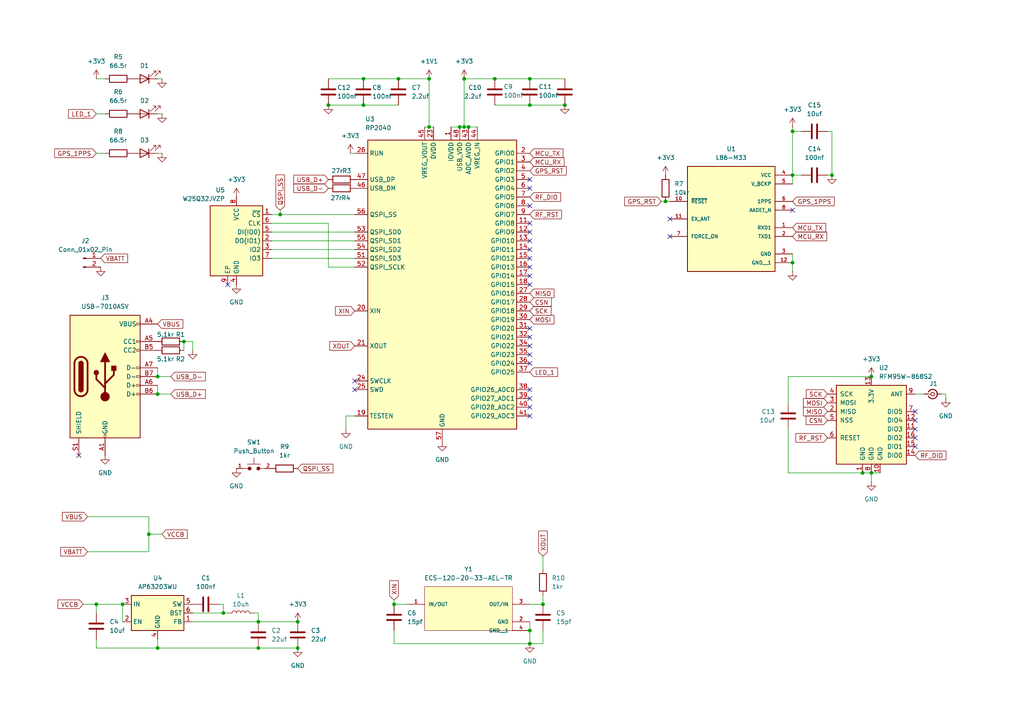
<source format=kicad_sch>
(kicad_sch (version 20231120) (generator "eeschema") (generator_version "8.0")
  (paper "A4")
  (lib_symbols
    (symbol "Connector:Conn_01x02_Pin" (pin_names (offset 1.016) hide)
      (property "Reference" "J" (at 0 2.54 0))
      (property "Value" "Conn_01x02_Pin" (at 0 -5.08 0))
      (symbol "Conn_01x02_Pin_1_1"
        (polyline (pts (xy 1.27 -2.54) (xy 0.8636 -2.54)) (stroke (width 0.1524)))
        (polyline (pts (xy 1.27 0) (xy 0.8636 0)) (stroke (width 0.1524)))
        (rectangle (start 0.8636 -2.413) (end 0 -2.667) (stroke (width 0.1524)) (fill (type outline)))
        (rectangle (start 0.8636 0.127) (end 0 -0.127) (stroke (width 0.1524)) (fill (type outline)))
        (pin passive line (at 5.08 0 180) (length 3.81) (name "Pin_1") (number "1"))
        (pin passive line (at 5.08 -2.54 180) (length 3.81) (name "Pin_2") (number "2"))
      )
    )
    (symbol "Connector:Conn_Coaxial_Small" (pin_numbers hide) (pin_names (offset 1.016) hide)
      (property "Reference" "J" (at 0.254 3.048 0))
      (property "Value" "Conn_Coaxial_Small" (at 0 -3.81 0))
      (symbol "Conn_Coaxial_Small_0_1"
        (polyline (pts (xy -2.54 0) (xy -0.508 0)))
        (circle (center 0 0) (radius 0.508) (stroke (width 0.2032)))
      )
      (symbol "Conn_Coaxial_Small_1_1"
        (arc (start -1.1916 -0.6311) (mid 0.327 -1.3081) (end 1.3484 0.0039) (stroke (width 0.3048)))
        (arc (start 1.3484 -0.0039) (mid 0.327 1.3081) (end -1.1916 0.6311) (stroke (width 0.3048)))
        (pin passive line (at -2.54 0 0) (length 1.27) (name "In") (number "1"))
        (pin passive line (at 2.54 0 180) (length 1.27) (name "Ext") (number "2"))
      )
    )
    (symbol "Connector:USB_C_Receptacle_USB2.0_14P" (pin_names (offset 1.016))
      (property "Reference" "J" (at 0 22.225 0))
      (property "Value" "USB_C_Receptacle_USB2.0_14P" (at 0 19.685 0))
      (symbol "USB_C_Receptacle_USB2.0_14P_0_0"
        (rectangle (start -0.254 -17.78) (end 0.254 -16.764))
        (rectangle (start 10.16 -4.826) (end 9.144 -5.334))
        (rectangle (start 10.16 -2.286) (end 9.144 -2.794))
        (rectangle (start 10.16 0.254) (end 9.144 -0.254))
        (rectangle (start 10.16 2.794) (end 9.144 2.286))
        (rectangle (start 10.16 7.874) (end 9.144 7.366))
        (rectangle (start 10.16 10.414) (end 9.144 9.906))
        (rectangle (start 10.16 15.494) (end 9.144 14.986))
      )
      (symbol "USB_C_Receptacle_USB2.0_14P_0_1"
        (rectangle (start -10.16 17.78) (end 10.16 -17.78) (stroke (width 0.254)) (fill (type background)))
        (arc (start -8.89 -3.81) (mid -6.985 -5.7067) (end -5.08 -3.81) (stroke (width 0.508)))
        (arc (start -7.62 -3.81) (mid -6.985 -4.4423) (end -6.35 -3.81) (stroke (width 0.254)))
        (arc (start -7.62 -3.81) (mid -6.985 -4.4423) (end -6.35 -3.81) (stroke (width 0.254)) (fill (type outline)))
        (rectangle (start -7.62 -3.81) (end -6.35 3.81) (stroke (width 0.254)) (fill (type outline)))
        (arc (start -6.35 3.81) (mid -6.985 4.4423) (end -7.62 3.81) (stroke (width 0.254)))
        (arc (start -6.35 3.81) (mid -6.985 4.4423) (end -7.62 3.81) (stroke (width 0.254)) (fill (type outline)))
        (arc (start -5.08 3.81) (mid -6.985 5.7067) (end -8.89 3.81) (stroke (width 0.508)))
        (circle (center -2.54 1.143) (radius 0.635) (stroke (width 0.254)) (fill (type outline)))
        (circle (center 0 -5.842) (radius 1.27) (fill (type outline)))
        (polyline (pts (xy -8.89 -3.81) (xy -8.89 3.81)) (stroke (width 0.508)))
        (polyline (pts (xy -5.08 3.81) (xy -5.08 -3.81)) (stroke (width 0.508)))
        (polyline (pts (xy 0 -5.842) (xy 0 4.318)) (stroke (width 0.508)))
        (polyline (pts (xy 0 -3.302) (xy -2.54 -0.762) (xy -2.54 0.508)) (stroke (width 0.508)))
        (polyline (pts (xy 0 -2.032) (xy 2.54 0.508) (xy 2.54 1.778)) (stroke (width 0.508)))
        (polyline (pts (xy -1.27 4.318) (xy 0 6.858) (xy 1.27 4.318) (xy -1.27 4.318)) (stroke (width 0.254)) (fill (type outline)))
        (rectangle (start 1.905 1.778) (end 3.175 3.048) (stroke (width 0.254)) (fill (type outline)))
      )
      (symbol "USB_C_Receptacle_USB2.0_14P_1_1"
        (pin passive line (at 0 -22.86 90) (length 5.08) (name "GND") (number "A1"))
        (pin passive line (at 0 -22.86 90) (length 5.08) hide (name "GND") (number "A12"))
        (pin passive line (at 15.24 15.24 180) (length 5.08) (name "VBUS") (number "A4"))
        (pin bidirectional line (at 15.24 10.16 180) (length 5.08) (name "CC1") (number "A5"))
        (pin bidirectional line (at 15.24 -2.54 180) (length 5.08) (name "D+") (number "A6"))
        (pin bidirectional line (at 15.24 2.54 180) (length 5.08) (name "D-") (number "A7"))
        (pin passive line (at 15.24 15.24 180) (length 5.08) hide (name "VBUS") (number "A9"))
        (pin passive line (at 0 -22.86 90) (length 5.08) hide (name "GND") (number "B1"))
        (pin passive line (at 0 -22.86 90) (length 5.08) hide (name "GND") (number "B12"))
        (pin passive line (at 15.24 15.24 180) (length 5.08) hide (name "VBUS") (number "B4"))
        (pin bidirectional line (at 15.24 7.62 180) (length 5.08) (name "CC2") (number "B5"))
        (pin bidirectional line (at 15.24 -5.08 180) (length 5.08) (name "D+") (number "B6"))
        (pin bidirectional line (at 15.24 0 180) (length 5.08) (name "D-") (number "B7"))
        (pin passive line (at 15.24 15.24 180) (length 5.08) hide (name "VBUS") (number "B9"))
        (pin passive line (at -7.62 -22.86 90) (length 5.08) (name "SHIELD") (number "S1"))
      )
    )
    (symbol "Device:C" (pin_numbers hide) (pin_names (offset 0.254))
      (property "Reference" "C" (at 0.635 2.54 0))
      (property "Value" "C" (at 0.635 -2.54 0))
      (symbol "C_0_1"
        (polyline (pts (xy -2.032 -0.762) (xy 2.032 -0.762)) (stroke (width 0.508)))
        (polyline (pts (xy -2.032 0.762) (xy 2.032 0.762)) (stroke (width 0.508)))
      )
      (symbol "C_1_1"
        (pin passive line (at 0 3.81 270) (length 2.794) (name "~") (number "1"))
        (pin passive line (at 0 -3.81 90) (length 2.794) (name "~") (number "2"))
      )
    )
    (symbol "Device:L" (pin_numbers hide) (pin_names (offset 1.016) hide)
      (property "Reference" "L" (at -1.27 0 90))
      (property "Value" "L" (at 1.905 0 90))
      (symbol "L_0_1"
        (arc (start 0 -2.54) (mid 0.6323 -1.905) (end 0 -1.27))
        (arc (start 0 -1.27) (mid 0.6323 -0.635) (end 0 0))
        (arc (start 0 0) (mid 0.6323 0.635) (end 0 1.27))
        (arc (start 0 1.27) (mid 0.6323 1.905) (end 0 2.54))
      )
      (symbol "L_1_1"
        (pin passive line (at 0 3.81 270) (length 1.27) (name "1") (number "1"))
        (pin passive line (at 0 -3.81 90) (length 1.27) (name "2") (number "2"))
      )
    )
    (symbol "Device:LED" (pin_numbers hide) (pin_names (offset 1.016) hide)
      (property "Reference" "D" (at 0 2.54 0))
      (property "Value" "LED" (at 0 -2.54 0))
      (symbol "LED_0_1"
        (polyline (pts (xy -1.27 -1.27) (xy -1.27 1.27)) (stroke (width 0.254)))
        (polyline (pts (xy -1.27 0) (xy 1.27 0)))
        (polyline (pts (xy 1.27 -1.27) (xy 1.27 1.27) (xy -1.27 0) (xy 1.27 -1.27)) (stroke (width 0.254)))
        (polyline (pts (xy -3.048 -0.762) (xy -4.572 -2.286) (xy -3.81 -2.286) (xy -4.572 -2.286) (xy -4.572 -1.524)))
        (polyline (pts (xy -1.778 -0.762) (xy -3.302 -2.286) (xy -2.54 -2.286) (xy -3.302 -2.286) (xy -3.302 -1.524)))
      )
      (symbol "LED_1_1"
        (pin passive line (at -3.81 0 0) (length 2.54) (name "K") (number "1"))
        (pin passive line (at 3.81 0 180) (length 2.54) (name "A") (number "2"))
      )
    )
    (symbol "Device:R" (pin_numbers hide) (pin_names (offset 0))
      (property "Reference" "R" (at 2.032 0 90))
      (property "Value" "R" (at 0 0 90))
      (symbol "R_0_1"
        (rectangle (start -1.016 -2.54) (end 1.016 2.54) (stroke (width 0.254)))
      )
      (symbol "R_1_1"
        (pin passive line (at 0 3.81 270) (length 1.27) (name "~") (number "1"))
        (pin passive line (at 0 -3.81 90) (length 1.27) (name "~") (number "2"))
      )
    )
    (symbol "ECS-120-20-33-AEL-TR:ECS-120-20-33-AEL-TR" (pin_names (offset 1.016))
      (property "Reference" "Y" (at -12.7168 7.6301 0))
      (property "Value" "ECS-120-20-33-AEL-TR" (at -12.7149 -7.629 0))
      (symbol "ECS-120-20-33-AEL-TR_0_0"
        (rectangle (start -12.7 -5.08) (end 12.7 7.62) (stroke (width 0.127)) (fill (type background)))
        (pin bidirectional line (at -17.78 2.54 0) (length 5.08) (name "IN/OUT") (number "1"))
        (pin power_in line (at 17.78 -2.54 180) (length 5.08) (name "GND") (number "2"))
        (pin bidirectional line (at 17.78 2.54 180) (length 5.08) (name "OUT/IN") (number "3"))
        (pin power_in line (at 17.78 -5.08 180) (length 5.08) (name "GND__1") (number "4"))
      )
    )
    (symbol "L86-M33:L86-M33" (pin_names (offset 1.016))
      (property "Reference" "U" (at -12.7042 12.7042 0))
      (property "Value" "L86-M33" (at -12.7212 -20.3497 0))
      (symbol "L86-M33_0_0"
        (rectangle (start -12.7 -17.78) (end 12.7 12.7) (stroke (width 0.254)) (fill (type background)))
        (pin input line (at 17.78 -5.08 180) (length 5.08) (name "RXD1") (number "1"))
        (pin input line (at -17.78 2.54 0) (length 5.08) (name "~{RESET}") (number "10"))
        (pin input line (at -17.78 -2.54 0) (length 5.08) (name "EX_ANT") (number "11"))
        (pin passive line (at 17.78 -15.24 180) (length 5.08) (name "GND__1") (number "12"))
        (pin output line (at 17.78 -7.62 180) (length 5.08) (name "TXD1") (number "2"))
        (pin passive line (at 17.78 -12.7 180) (length 5.08) (name "GND") (number "3"))
        (pin power_in line (at 17.78 10.16 180) (length 5.08) (name "VCC") (number "4"))
        (pin power_in line (at 17.78 7.62 180) (length 5.08) (name "V_BCKP") (number "5"))
        (pin output line (at 17.78 2.54 180) (length 5.08) (name "1PPS") (number "6"))
        (pin input line (at -17.78 -7.62 0) (length 5.08) (name "FORCE_ON") (number "7"))
        (pin output line (at 17.78 0 180) (length 5.08) (name "AADET_N") (number "8"))
      )
    )
    (symbol "MCU_RaspberryPi:RP2040"
      (property "Reference" "U" (at 17.78 45.72 0))
      (property "Value" "RP2040" (at 17.78 43.18 0))
      (symbol "RP2040_0_1"
        (rectangle (start -21.59 41.91) (end 21.59 -41.91) (stroke (width 0.254)) (fill (type background)))
      )
      (symbol "RP2040_1_1"
        (pin power_in line (at 2.54 45.72 270) (length 3.81) (name "IOVDD") (number "1"))
        (pin passive line (at 2.54 45.72 270) (length 3.81) hide (name "IOVDD") (number "10"))
        (pin bidirectional line (at 25.4 17.78 180) (length 3.81) (name "GPIO8") (number "11"))
        (pin bidirectional line (at 25.4 15.24 180) (length 3.81) (name "GPIO9") (number "12"))
        (pin bidirectional line (at 25.4 12.7 180) (length 3.81) (name "GPIO10") (number "13"))
        (pin bidirectional line (at 25.4 10.16 180) (length 3.81) (name "GPIO11") (number "14"))
        (pin bidirectional line (at 25.4 7.62 180) (length 3.81) (name "GPIO12") (number "15"))
        (pin bidirectional line (at 25.4 5.08 180) (length 3.81) (name "GPIO13") (number "16"))
        (pin bidirectional line (at 25.4 2.54 180) (length 3.81) (name "GPIO14") (number "17"))
        (pin bidirectional line (at 25.4 0 180) (length 3.81) (name "GPIO15") (number "18"))
        (pin input line (at -25.4 -38.1 0) (length 3.81) (name "TESTEN") (number "19"))
        (pin bidirectional line (at 25.4 38.1 180) (length 3.81) (name "GPIO0") (number "2"))
        (pin input line (at -25.4 -7.62 0) (length 3.81) (name "XIN") (number "20"))
        (pin passive line (at -25.4 -17.78 0) (length 3.81) (name "XOUT") (number "21"))
        (pin passive line (at 2.54 45.72 270) (length 3.81) hide (name "IOVDD") (number "22"))
        (pin power_in line (at -2.54 45.72 270) (length 3.81) (name "DVDD") (number "23"))
        (pin input line (at -25.4 -27.94 0) (length 3.81) (name "SWCLK") (number "24"))
        (pin bidirectional line (at -25.4 -30.48 0) (length 3.81) (name "SWD") (number "25"))
        (pin input line (at -25.4 38.1 0) (length 3.81) (name "RUN") (number "26"))
        (pin bidirectional line (at 25.4 -2.54 180) (length 3.81) (name "GPIO16") (number "27"))
        (pin bidirectional line (at 25.4 -5.08 180) (length 3.81) (name "GPIO17") (number "28"))
        (pin bidirectional line (at 25.4 -7.62 180) (length 3.81) (name "GPIO18") (number "29"))
        (pin bidirectional line (at 25.4 35.56 180) (length 3.81) (name "GPIO1") (number "3"))
        (pin bidirectional line (at 25.4 -10.16 180) (length 3.81) (name "GPIO19") (number "30"))
        (pin bidirectional line (at 25.4 -12.7 180) (length 3.81) (name "GPIO20") (number "31"))
        (pin bidirectional line (at 25.4 -15.24 180) (length 3.81) (name "GPIO21") (number "32"))
        (pin passive line (at 2.54 45.72 270) (length 3.81) hide (name "IOVDD") (number "33"))
        (pin bidirectional line (at 25.4 -17.78 180) (length 3.81) (name "GPIO22") (number "34"))
        (pin bidirectional line (at 25.4 -20.32 180) (length 3.81) (name "GPIO23") (number "35"))
        (pin bidirectional line (at 25.4 -22.86 180) (length 3.81) (name "GPIO24") (number "36"))
        (pin bidirectional line (at 25.4 -25.4 180) (length 3.81) (name "GPIO25") (number "37"))
        (pin bidirectional line (at 25.4 -30.48 180) (length 3.81) (name "GPIO26_ADC0") (number "38"))
        (pin bidirectional line (at 25.4 -33.02 180) (length 3.81) (name "GPIO27_ADC1") (number "39"))
        (pin bidirectional line (at 25.4 33.02 180) (length 3.81) (name "GPIO2") (number "4"))
        (pin bidirectional line (at 25.4 -35.56 180) (length 3.81) (name "GPIO28_ADC2") (number "40"))
        (pin bidirectional line (at 25.4 -38.1 180) (length 3.81) (name "GPIO29_ADC3") (number "41"))
        (pin passive line (at 2.54 45.72 270) (length 3.81) hide (name "IOVDD") (number "42"))
        (pin power_in line (at 7.62 45.72 270) (length 3.81) (name "ADC_AVDD") (number "43"))
        (pin power_in line (at 10.16 45.72 270) (length 3.81) (name "VREG_IN") (number "44"))
        (pin power_out line (at -5.08 45.72 270) (length 3.81) (name "VREG_VOUT") (number "45"))
        (pin bidirectional line (at -25.4 27.94 0) (length 3.81) (name "USB_DM") (number "46"))
        (pin bidirectional line (at -25.4 30.48 0) (length 3.81) (name "USB_DP") (number "47"))
        (pin power_in line (at 5.08 45.72 270) (length 3.81) (name "USB_VDD") (number "48"))
        (pin passive line (at 2.54 45.72 270) (length 3.81) hide (name "IOVDD") (number "49"))
        (pin bidirectional line (at 25.4 30.48 180) (length 3.81) (name "GPIO3") (number "5"))
        (pin passive line (at -2.54 45.72 270) (length 3.81) hide (name "DVDD") (number "50"))
        (pin bidirectional line (at -25.4 7.62 0) (length 3.81) (name "QSPI_SD3") (number "51"))
        (pin output line (at -25.4 5.08 0) (length 3.81) (name "QSPI_SCLK") (number "52"))
        (pin bidirectional line (at -25.4 15.24 0) (length 3.81) (name "QSPI_SD0") (number "53"))
        (pin bidirectional line (at -25.4 10.16 0) (length 3.81) (name "QSPI_SD2") (number "54"))
        (pin bidirectional line (at -25.4 12.7 0) (length 3.81) (name "QSPI_SD1") (number "55"))
        (pin bidirectional line (at -25.4 20.32 0) (length 3.81) (name "QSPI_SS") (number "56"))
        (pin power_in line (at 0 -45.72 90) (length 3.81) (name "GND") (number "57"))
        (pin bidirectional line (at 25.4 27.94 180) (length 3.81) (name "GPIO4") (number "6"))
        (pin bidirectional line (at 25.4 25.4 180) (length 3.81) (name "GPIO5") (number "7"))
        (pin bidirectional line (at 25.4 22.86 180) (length 3.81) (name "GPIO6") (number "8"))
        (pin bidirectional line (at 25.4 20.32 180) (length 3.81) (name "GPIO7") (number "9"))
      )
    )
    (symbol "Memory_Flash:W25Q32JVZP"
      (property "Reference" "U" (at -6.35 11.43 0))
      (property "Value" "W25Q32JVZP" (at 7.62 11.43 0))
      (symbol "W25Q32JVZP_0_1"
        (rectangle (start -7.62 10.16) (end 7.62 -10.16) (stroke (width 0.254)) (fill (type background)))
      )
      (symbol "W25Q32JVZP_1_1"
        (pin input line (at -10.16 7.62 0) (length 2.54) (name "~{CS}") (number "1"))
        (pin bidirectional line (at -10.16 0 0) (length 2.54) (name "DO(IO1)") (number "2"))
        (pin bidirectional line (at -10.16 -2.54 0) (length 2.54) (name "IO2") (number "3"))
        (pin power_in line (at 0 -12.7 90) (length 2.54) (name "GND") (number "4"))
        (pin bidirectional line (at -10.16 2.54 0) (length 2.54) (name "DI(IO0)") (number "5"))
        (pin input line (at -10.16 5.08 0) (length 2.54) (name "CLK") (number "6"))
        (pin bidirectional line (at -10.16 -5.08 0) (length 2.54) (name "IO3") (number "7"))
        (pin power_in line (at 0 12.7 270) (length 2.54) (name "VCC") (number "8"))
        (pin passive line (at 2.54 -12.7 90) (length 2.54) (name "EP") (number "9"))
      )
    )
    (symbol "PCM_SL_Devices:Push_Button"
      (property "Reference" "SW" (at 0 6.35 0))
      (property "Value" "Push_Button" (at 0 4.445 0))
      (symbol "Push_Button_0_1"
        (circle (center -1.27 0) (radius 0.4579) (fill (type outline)))
        (polyline (pts (xy -3.175 0) (xy -1.778 0)))
        (polyline (pts (xy -1.905 1.27) (xy 1.905 1.27)))
        (polyline (pts (xy 0 1.27) (xy 0 3.175)))
        (polyline (pts (xy 1.778 0) (xy 3.175 0)))
        (circle (center 1.27 0) (radius 0.4579) (fill (type outline)))
      )
      (symbol "Push_Button_1_1"
        (pin passive line (at -5.08 0 0) (length 2) (name "") (number "1"))
        (pin passive line (at 5.08 0 180) (length 2) (name "") (number "2"))
      )
    )
    (symbol "RF_Module:RFM95W-868S2" (pin_names (offset 1.016))
      (property "Reference" "U" (at -10.414 11.684 0))
      (property "Value" "RFM95W-868S2" (at 1.524 11.43 0))
      (symbol "RFM95W-868S2_0_1"
        (rectangle (start -10.16 10.16) (end 10.16 -12.7) (stroke (width 0.254)) (fill (type background)))
      )
      (symbol "RFM95W-868S2_1_1"
        (pin power_in line (at -2.54 -15.24 90) (length 2.54) (name "GND") (number "1"))
        (pin power_in line (at 2.54 -15.24 90) (length 2.54) (name "GND") (number "10"))
        (pin bidirectional line (at 12.7 -2.54 180) (length 2.54) (name "DIO3") (number "11"))
        (pin bidirectional line (at 12.7 0 180) (length 2.54) (name "DIO4") (number "12"))
        (pin power_in line (at 0 12.7 270) (length 2.54) (name "3.3V") (number "13"))
        (pin bidirectional line (at 12.7 -10.16 180) (length 2.54) (name "DIO0") (number "14"))
        (pin bidirectional line (at 12.7 -7.62 180) (length 2.54) (name "DIO1") (number "15"))
        (pin bidirectional line (at 12.7 -5.08 180) (length 2.54) (name "DIO2") (number "16"))
        (pin output line (at -12.7 2.54 0) (length 2.54) (name "MISO") (number "2"))
        (pin input line (at -12.7 5.08 0) (length 2.54) (name "MOSI") (number "3"))
        (pin input line (at -12.7 7.62 0) (length 2.54) (name "SCK") (number "4"))
        (pin input line (at -12.7 0 0) (length 2.54) (name "NSS") (number "5"))
        (pin bidirectional line (at -12.7 -5.08 0) (length 2.54) (name "RESET") (number "6"))
        (pin bidirectional line (at 12.7 2.54 180) (length 2.54) (name "DIO5") (number "7"))
        (pin power_in line (at 0 -15.24 90) (length 2.54) (name "GND") (number "8"))
        (pin bidirectional line (at 12.7 7.62 180) (length 2.54) (name "ANT") (number "9"))
      )
    )
    (symbol "Regulator_Switching:AP63203WU"
      (property "Reference" "U" (at -7.62 6.35 0))
      (property "Value" "AP63203WU" (at 2.54 6.35 0))
      (symbol "AP63203WU_0_1"
        (rectangle (start -7.62 5.08) (end 7.62 -5.08) (stroke (width 0.254)) (fill (type background)))
      )
      (symbol "AP63203WU_1_1"
        (pin input line (at 10.16 -2.54 180) (length 2.54) (name "FB") (number "1"))
        (pin input line (at -10.16 -2.54 0) (length 2.54) (name "EN") (number "2"))
        (pin power_in line (at -10.16 2.54 0) (length 2.54) (name "IN") (number "3"))
        (pin power_in line (at 0 -7.62 90) (length 2.54) (name "GND") (number "4"))
        (pin output line (at 10.16 2.54 180) (length 2.54) (name "SW") (number "5"))
        (pin passive line (at 10.16 0 180) (length 2.54) (name "BST") (number "6"))
      )
    )
    (symbol "power:+1V1" (power) (pin_numbers hide) (pin_names (offset 0) hide)
      (property "Value" "+1V1" (at 0 3.556 0))
      (symbol "+1V1_0_1"
        (polyline (pts (xy -0.762 1.27) (xy 0 2.54)))
        (polyline (pts (xy 0 0) (xy 0 2.54)))
        (polyline (pts (xy 0 2.54) (xy 0.762 1.27)))
      )
      (symbol "+1V1_1_1"
        (pin power_in line (at 0 0 90) (length 0) (name "~") (number "1"))
      )
    )
    (symbol "power:+3V3" (power) (pin_numbers hide) (pin_names (offset 0) hide)
      (property "Value" "+3V3" (at 0 3.556 0))
      (symbol "+3V3_0_1"
        (polyline (pts (xy -0.762 1.27) (xy 0 2.54)))
        (polyline (pts (xy 0 0) (xy 0 2.54)))
        (polyline (pts (xy 0 2.54) (xy 0.762 1.27)))
      )
      (symbol "+3V3_1_1"
        (pin power_in line (at 0 0 90) (length 0) (name "~") (number "1"))
      )
    )
    (symbol "power:GND" (power) (pin_numbers hide) (pin_names (offset 0) hide)
      (property "Value" "GND" (at 0 -3.81 0))
      (symbol "GND_0_1"
        (polyline (pts (xy 0 0) (xy 0 -1.27) (xy 1.27 -1.27) (xy 0 -2.54) (xy -1.27 -1.27) (xy 0 -1.27)))
      )
      (symbol "GND_1_1"
        (pin power_in line (at 0 0 270) (length 0) (name "~") (number "1"))
      )
    )
  )
  (junction (at 193.04 58.42))
  (junction (at 43.18 154.94))
  (junction (at 115.57 22.86))
  (junction (at 157.48 175.26))
  (junction (at 143.51 22.86))
  (junction (at 229.87 76.2))
  (junction (at 241.3 50.8))
  (junction (at 35.56 175.26))
  (junction (at 81.28 62.23))
  (junction (at 124.46 36.83))
  (junction (at 135.89 36.83))
  (junction (at 153.67 22.86))
  (junction (at 95.25 30.48))
  (junction (at 252.73 109.22))
  (junction (at 105.41 22.86))
  (junction (at 134.62 36.83))
  (junction (at 134.62 22.86))
  (junction (at 45.72 114.3))
  (junction (at 105.41 30.48))
  (junction (at 133.35 36.83))
  (junction (at 64.77 177.8))
  (junction (at 153.67 186.69))
  (junction (at 74.93 187.96))
  (junction (at 86.36 187.96))
  (junction (at 45.72 109.22))
  (junction (at 229.87 50.8))
  (junction (at 153.67 30.48))
  (junction (at 45.72 187.96))
  (junction (at 27.94 175.26))
  (junction (at 86.36 180.34))
  (junction (at 114.3 175.26))
  (junction (at 163.83 30.48))
  (junction (at 250.19 137.16))
  (junction (at 74.93 180.34))
  (junction (at 229.87 38.1))
  (junction (at 252.73 137.16))
  (junction (at 153.67 182.88))
  (junction (at 53.34 99.06))
  (junction (at 124.46 22.86))
  (no_connect (at 194.31 68.58))
  (no_connect (at 153.67 82.55))
  (no_connect (at 153.67 105.41))
  (no_connect (at 22.86 132.08))
  (no_connect (at 153.67 120.65))
  (no_connect (at 153.67 95.25))
  (no_connect (at 153.67 74.93))
  (no_connect (at 229.87 60.96))
  (no_connect (at 265.43 124.46))
  (no_connect (at 66.04 82.55))
  (no_connect (at 153.67 69.85))
  (no_connect (at 153.67 77.47))
  (no_connect (at 265.43 121.92))
  (no_connect (at 153.67 72.39))
  (no_connect (at 265.43 127))
  (no_connect (at 102.87 113.03))
  (no_connect (at 153.67 80.01))
  (no_connect (at 153.67 59.69))
  (no_connect (at 153.67 64.77))
  (no_connect (at 153.67 52.07))
  (no_connect (at 153.67 100.33))
  (no_connect (at 153.67 67.31))
  (no_connect (at 153.67 115.57))
  (no_connect (at 153.67 102.87))
  (no_connect (at 265.43 119.38))
  (no_connect (at 153.67 97.79))
  (no_connect (at 153.67 54.61))
  (no_connect (at 153.67 118.11))
  (no_connect (at 265.43 129.54))
  (no_connect (at 153.67 113.03))
  (no_connect (at 102.87 110.49))
  (no_connect (at 194.31 63.5))
  (wire (pts (xy 157.48 172.72) (xy 157.48 175.26)))
  (wire (pts (xy 64.77 175.26) (xy 64.77 177.8)))
  (wire (pts (xy 64.77 177.8) (xy 66.04 177.8)))
  (wire (pts (xy 35.56 175.26) (xy 35.56 180.34)))
  (wire (pts (xy 27.94 175.26) (xy 35.56 175.26)))
  (wire (pts (xy 100.33 124.46) (xy 100.33 120.65)))
  (wire (pts (xy 43.18 154.94) (xy 46.99 154.94)))
  (wire (pts (xy 114.3 186.69) (xy 114.3 182.88)))
  (wire (pts (xy 27.94 33.02) (xy 30.48 33.02)))
  (wire (pts (xy 74.93 187.96) (xy 45.72 187.96)))
  (wire (pts (xy 229.87 76.2) (xy 229.87 78.74)))
  (wire (pts (xy 27.94 44.45) (xy 30.48 44.45)))
  (wire (pts (xy 55.88 180.34) (xy 74.93 180.34)))
  (wire (pts (xy 45.72 106.68) (xy 45.72 109.22)))
  (wire (pts (xy 46.99 33.02) (xy 45.72 33.02)))
  (wire (pts (xy 49.53 114.3) (xy 45.72 114.3)))
  (wire (pts (xy 74.93 180.34) (xy 86.36 180.34)))
  (wire (pts (xy 228.6 137.16) (xy 250.19 137.16)))
  (wire (pts (xy 124.46 22.86) (xy 124.46 36.83)))
  (wire (pts (xy 153.67 175.26) (xy 157.48 175.26)))
  (wire (pts (xy 78.74 67.31) (xy 102.87 67.31)))
  (wire (pts (xy 74.93 180.34) (xy 74.93 177.8)))
  (wire (pts (xy 153.67 180.34) (xy 153.67 182.88)))
  (wire (pts (xy 130.81 36.83) (xy 133.35 36.83)))
  (wire (pts (xy 55.88 99.06) (xy 55.88 101.6)))
  (wire (pts (xy 229.87 73.66) (xy 229.87 76.2)))
  (wire (pts (xy 101.6 44.45) (xy 102.87 44.45)))
  (wire (pts (xy 95.25 22.86) (xy 105.41 22.86)))
  (wire (pts (xy 45.72 111.76) (xy 45.72 114.3)))
  (wire (pts (xy 232.41 50.8) (xy 229.87 50.8)))
  (wire (pts (xy 134.62 22.86) (xy 134.62 36.83)))
  (wire (pts (xy 250.19 137.16) (xy 252.73 137.16)))
  (wire (pts (xy 102.87 77.47) (xy 95.25 77.47)))
  (wire (pts (xy 27.94 22.86) (xy 30.48 22.86)))
  (wire (pts (xy 228.6 109.22) (xy 228.6 116.84)))
  (wire (pts (xy 53.34 99.06) (xy 53.34 101.6)))
  (wire (pts (xy 43.18 154.94) (xy 43.18 160.02)))
  (wire (pts (xy 24.13 175.26) (xy 27.94 175.26)))
  (wire (pts (xy 115.57 22.86) (xy 124.46 22.86)))
  (wire (pts (xy 143.51 22.86) (xy 134.62 22.86)))
  (wire (pts (xy 232.41 38.1) (xy 229.87 38.1)))
  (wire (pts (xy 78.74 69.85) (xy 102.87 69.85)))
  (wire (pts (xy 95.25 30.48) (xy 105.41 30.48)))
  (wire (pts (xy 252.73 109.22) (xy 228.6 109.22)))
  (wire (pts (xy 134.62 36.83) (xy 135.89 36.83)))
  (wire (pts (xy 229.87 50.8) (xy 229.87 53.34)))
  (wire (pts (xy 228.6 124.46) (xy 228.6 137.16)))
  (wire (pts (xy 153.67 186.69) (xy 157.48 186.69)))
  (wire (pts (xy 153.67 186.69) (xy 114.3 186.69)))
  (wire (pts (xy 163.83 30.48) (xy 153.67 30.48)))
  (wire (pts (xy 252.73 139.7) (xy 252.73 137.16)))
  (wire (pts (xy 153.67 22.86) (xy 163.83 22.86)))
  (wire (pts (xy 46.99 44.45) (xy 45.72 44.45)))
  (wire (pts (xy 143.51 30.48) (xy 153.67 30.48)))
  (wire (pts (xy 153.67 22.86) (xy 143.51 22.86)))
  (wire (pts (xy 27.94 187.96) (xy 27.94 185.42)))
  (wire (pts (xy 241.3 38.1) (xy 241.3 50.8)))
  (wire (pts (xy 274.32 114.3) (xy 274.32 115.57)))
  (wire (pts (xy 55.88 177.8) (xy 64.77 177.8)))
  (wire (pts (xy 43.18 149.86) (xy 43.18 154.94)))
  (wire (pts (xy 157.48 161.29) (xy 157.48 165.1)))
  (wire (pts (xy 135.89 36.83) (xy 138.43 36.83)))
  (wire (pts (xy 55.88 99.06) (xy 53.34 99.06)))
  (wire (pts (xy 45.72 187.96) (xy 45.72 185.42)))
  (wire (pts (xy 267.97 114.3) (xy 265.43 114.3)))
  (wire (pts (xy 114.3 175.26) (xy 118.11 175.26)))
  (wire (pts (xy 95.25 77.47) (xy 95.25 64.77)))
  (wire (pts (xy 78.74 62.23) (xy 81.28 62.23)))
  (wire (pts (xy 191.77 58.42) (xy 193.04 58.42)))
  (wire (pts (xy 78.74 74.93) (xy 102.87 74.93)))
  (wire (pts (xy 45.72 187.96) (xy 27.94 187.96)))
  (wire (pts (xy 81.28 60.96) (xy 81.28 62.23)))
  (wire (pts (xy 105.41 30.48) (xy 115.57 30.48)))
  (wire (pts (xy 240.03 50.8) (xy 241.3 50.8)))
  (wire (pts (xy 105.41 22.86) (xy 115.57 22.86)))
  (wire (pts (xy 123.19 36.83) (xy 124.46 36.83)))
  (wire (pts (xy 46.99 22.86) (xy 45.72 22.86)))
  (wire (pts (xy 74.93 177.8) (xy 73.66 177.8)))
  (wire (pts (xy 81.28 62.23) (xy 102.87 62.23)))
  (wire (pts (xy 45.72 109.22) (xy 49.53 109.22)))
  (wire (pts (xy 74.93 187.96) (xy 86.36 187.96)))
  (wire (pts (xy 241.3 38.1) (xy 240.03 38.1)))
  (wire (pts (xy 124.46 36.83) (xy 125.73 36.83)))
  (wire (pts (xy 25.4 160.02) (xy 43.18 160.02)))
  (wire (pts (xy 133.35 36.83) (xy 134.62 36.83)))
  (wire (pts (xy 27.94 177.8) (xy 27.94 175.26)))
  (wire (pts (xy 157.48 186.69) (xy 157.48 182.88)))
  (wire (pts (xy 25.4 149.86) (xy 43.18 149.86)))
  (wire (pts (xy 229.87 36.83) (xy 229.87 38.1)))
  (wire (pts (xy 274.32 114.3) (xy 273.05 114.3)))
  (wire (pts (xy 252.73 137.16) (xy 255.27 137.16)))
  (wire (pts (xy 63.5 175.26) (xy 64.77 175.26)))
  (wire (pts (xy 153.67 182.88) (xy 153.67 186.69)))
  (wire (pts (xy 229.87 38.1) (xy 229.87 50.8)))
  (wire (pts (xy 193.04 58.42) (xy 194.31 58.42)))
  (wire (pts (xy 78.74 72.39) (xy 102.87 72.39)))
  (wire (pts (xy 114.3 173.99) (xy 114.3 175.26)))
  (wire (pts (xy 100.33 120.65) (xy 102.87 120.65)))
  (wire (pts (xy 95.25 64.77) (xy 78.74 64.77)))
  (global_label "CSN" (shape input) (at 240.03 121.92 180) (property "Intersheetrefs" "${INTERSHEET_REFS}" (effects (hide yes))))
  (global_label "SCK" (shape input) (at 240.03 114.3 180) (property "Intersheetrefs" "${INTERSHEET_REFS}" (effects (hide yes))))
  (global_label "USB_D-" (shape input) (at 49.53 109.22 0) (property "Intersheetrefs" "${INTERSHEET_REFS}" (effects (hide yes))))
  (global_label "USB_D-" (shape input) (at 95.25 54.61 180) (property "Intersheetrefs" "${INTERSHEET_REFS}" (effects (hide yes))))
  (global_label "VCCB" (shape input) (at 46.99 154.94 0) (property "Intersheetrefs" "${INTERSHEET_REFS}" (effects (hide yes))))
  (global_label "MOSI" (shape input) (at 240.03 116.84 180) (property "Intersheetrefs" "${INTERSHEET_REFS}" (effects (hide yes))))
  (global_label "GPS_RST" (shape input) (at 153.67 49.53 0) (property "Intersheetrefs" "${INTERSHEET_REFS}" (effects (hide yes))))
  (global_label "RF_RST" (shape input) (at 240.03 127 180) (property "Intersheetrefs" "${INTERSHEET_REFS}" (effects (hide yes))))
  (global_label "MCU_TX" (shape input) (at 153.67 44.45 0) (property "Intersheetrefs" "${INTERSHEET_REFS}" (effects (hide yes))))
  (global_label "SCK" (shape input) (at 153.67 90.17 0) (property "Intersheetrefs" "${INTERSHEET_REFS}" (effects (hide yes))))
  (global_label "LED_1" (shape input) (at 27.94 33.02 180) (property "Intersheetrefs" "${INTERSHEET_REFS}" (effects (hide yes))))
  (global_label "MCU_RX" (shape input) (at 153.67 46.99 0) (property "Intersheetrefs" "${INTERSHEET_REFS}" (effects (hide yes))))
  (global_label "RF_RST" (shape input) (at 153.67 62.23 0) (property "Intersheetrefs" "${INTERSHEET_REFS}" (effects (hide yes))))
  (global_label "VBUS" (shape input) (at 25.4 149.86 180) (property "Intersheetrefs" "${INTERSHEET_REFS}" (effects (hide yes))))
  (global_label "MCU_TX" (shape input) (at 229.87 66.04 0) (property "Intersheetrefs" "${INTERSHEET_REFS}" (effects (hide yes))))
  (global_label "QSPI_SS" (shape input) (at 81.28 60.96 90) (property "Intersheetrefs" "${INTERSHEET_REFS}" (effects (hide yes))))
  (global_label "MISO" (shape input) (at 240.03 119.38 180) (property "Intersheetrefs" "${INTERSHEET_REFS}" (effects (hide yes))))
  (global_label "VBUS" (shape input) (at 45.72 93.98 0) (property "Intersheetrefs" "${INTERSHEET_REFS}" (effects (hide yes))))
  (global_label "VBATT" (shape input) (at 25.4 160.02 180) (property "Intersheetrefs" "${INTERSHEET_REFS}" (effects (hide yes))))
  (global_label "CSN" (shape input) (at 153.67 87.63 0) (property "Intersheetrefs" "${INTERSHEET_REFS}" (effects (hide yes))))
  (global_label "XOUT" (shape input) (at 102.87 100.33 180) (property "Intersheetrefs" "${INTERSHEET_REFS}" (effects (hide yes))))
  (global_label "USB_D+" (shape input) (at 49.53 114.3 0) (property "Intersheetrefs" "${INTERSHEET_REFS}" (effects (hide yes))))
  (global_label "XIN" (shape input) (at 102.87 90.17 180) (property "Intersheetrefs" "${INTERSHEET_REFS}" (effects (hide yes))))
  (global_label "VBATT" (shape input) (at 29.21 74.93 0) (property "Intersheetrefs" "${INTERSHEET_REFS}" (effects (hide yes))))
  (global_label "MCU_RX" (shape input) (at 229.87 68.58 0) (property "Intersheetrefs" "${INTERSHEET_REFS}" (effects (hide yes))))
  (global_label "RF_DIO" (shape input) (at 153.67 57.15 0) (property "Intersheetrefs" "${INTERSHEET_REFS}" (effects (hide yes))))
  (global_label "RF_DIO" (shape input) (at 265.43 132.08 0) (property "Intersheetrefs" "${INTERSHEET_REFS}" (effects (hide yes))))
  (global_label "MISO" (shape input) (at 153.67 85.09 0) (property "Intersheetrefs" "${INTERSHEET_REFS}" (effects (hide yes))))
  (global_label "MOSI" (shape input) (at 153.67 92.71 0) (property "Intersheetrefs" "${INTERSHEET_REFS}" (effects (hide yes))))
  (global_label "GPS_1PPS" (shape input) (at 27.94 44.45 180) (property "Intersheetrefs" "${INTERSHEET_REFS}" (effects (hide yes))))
  (global_label "GPS_1PPS" (shape input) (at 229.87 58.42 0) (property "Intersheetrefs" "${INTERSHEET_REFS}" (effects (hide yes))))
  (global_label "USB_D+" (shape input) (at 95.25 52.07 180) (property "Intersheetrefs" "${INTERSHEET_REFS}" (effects (hide yes))))
  (global_label "XIN" (shape input) (at 114.3 173.99 90) (property "Intersheetrefs" "${INTERSHEET_REFS}" (effects (hide yes))))
  (global_label "GPS_RST" (shape input) (at 191.77 58.42 180) (property "Intersheetrefs" "${INTERSHEET_REFS}" (effects (hide yes))))
  (global_label "XOUT" (shape input) (at 157.48 161.29 90) (property "Intersheetrefs" "${INTERSHEET_REFS}" (effects (hide yes))))
  (global_label "LED_1" (shape input) (at 153.67 107.95 0) (property "Intersheetrefs" "${INTERSHEET_REFS}" (effects (hide yes))))
  (global_label "VCCB" (shape input) (at 24.13 175.26 180) (property "Intersheetrefs" "${INTERSHEET_REFS}" (effects (hide yes))))
  (global_label "QSPI_SS" (shape input) (at 86.36 135.89 0) (property "Intersheetrefs" "${INTERSHEET_REFS}" (effects (hide yes))))
  (symbol (lib_id "Connector:Conn_01x02_Pin") (at 24.13 74.93 0) (unit 1)
    (property "Reference" "J2" (at 24.765 69.85 0))
    (property "Value" "Conn_01x02_Pin" (at 24.765 72.39 0))
    (property "Footprint" "YO0221500000G:CONN_YO0221500000G_AMP" (effects (hide yes)))
    (property "Description" "Generic connector, single row, 01x02, script generated" (effects (hide yes)))
    (property "DESCRIPTION" "YO0221500000G" (effects (hide yes)))
  )
  (symbol (lib_id "power:GND") (at 86.36 187.96 0) (unit 1)
    (property "Reference" "#PWR08" (effects (hide yes)))
    (property "Value" "GND" (at 86.36 193.04 0))
    (property "Description" "Power symbol creates a global label with name \"GND\" , ground" (effects (hide yes)))
  )
  (symbol (lib_id "power:+3V3") (at 193.04 50.8 0) (unit 1)
    (property "Reference" "#PWR025" (effects (hide yes)))
    (property "Value" "+3V3" (at 193.04 45.72 0))
    (property "Description" "Power symbol creates a global label with name \"+3V3\"" (effects (hide yes)))
  )
  (symbol (lib_id "Device:LED") (at 41.91 33.02 180) (unit 1)
    (property "Reference" "D2" (at 41.91 29.21 0))
    (property "Value" "LED" (effects (hide yes)))
    (property "Footprint" "LED_SMD:LED_0603_1608Metric" (effects (hide yes)))
    (property "Description" "Light emitting diode" (effects (hide yes)))
    (property "DESCRIPTION" "150060RS75000" (effects (hide yes)))
  )
  (symbol (lib_id "power:GND") (at 274.32 115.57 0) (unit 1)
    (property "Reference" "#PWR02" (effects (hide yes)))
    (property "Value" "GND" (at 274.32 120.65 0))
    (property "Description" "Power symbol creates a global label with name \"GND\" , ground" (effects (hide yes)))
  )
  (symbol (lib_id "power:GND") (at 29.21 77.47 0) (unit 1)
    (property "Reference" "#PWR04" (effects (hide yes)))
    (property "Value" "GND" (effects (hide yes)))
    (property "Description" "Power symbol creates a global label with name \"GND\" , ground" (effects (hide yes)))
  )
  (symbol (lib_id "power:+3V3") (at 252.73 109.22 0) (unit 1)
    (property "Reference" "#PWR03" (effects (hide yes)))
    (property "Value" "+3V3" (at 252.73 104.14 0))
    (property "Description" "Power symbol creates a global label with name \"+3V3\"" (effects (hide yes)))
  )
  (symbol (lib_id "Device:L") (at 69.85 177.8 90) (unit 1)
    (property "Reference" "L1" (at 69.85 172.72 90))
    (property "Value" "10uh" (at 69.85 175.26 90))
    (property "Footprint" "Inductor_SMD:L_TDK_NLV32_3.2x2.5mm" (effects (hide yes)))
    (property "Description" "Inductor" (effects (hide yes)))
    (property "DESCRIPTION" "CBC3225T100MR" (effects (hide yes)))
  )
  (symbol (lib_id "power:GND") (at 68.58 135.89 0) (unit 1)
    (property "Reference" "#PWR027" (effects (hide yes)))
    (property "Value" "GND" (at 68.58 140.97 0))
    (property "Description" "Power symbol creates a global label with name \"GND\" , ground" (effects (hide yes)))
  )
  (symbol (lib_id "Device:C") (at 115.57 26.67 0) (unit 1)
    (property "Reference" "C7" (at 119.38 25.3999 0) (effects (justify left)))
    (property "Value" "2.2uf" (at 119.38 27.9399 0) (effects (justify left)))
    (property "Footprint" "Capacitor_SMD:C_0402_1005Metric" (effects (hide yes)))
    (property "Description" "Unpolarized capacitor" (effects (hide yes)))
    (property "DESCRIPTION" "CL10A225KQ8NNWC" (effects (hide yes)))
  )
  (symbol (lib_id "Device:C") (at 74.93 184.15 180) (unit 1)
    (property "Reference" "C2" (at 78.74 182.8799 0) (effects (justify right)))
    (property "Value" "22uf" (at 78.74 185.4199 0) (effects (justify right)))
    (property "Footprint" "Capacitor_SMD:C_0603_1608Metric" (effects (hide yes)))
    (property "Description" "Unpolarized capacitor" (effects (hide yes)))
    (property "DESCRIPTION" "CL10A226MQ8NRNC" (effects (hide yes)))
  )
  (symbol (lib_id "power:GND") (at 128.27 128.27 0) (unit 1)
    (property "Reference" "#PWR012" (effects (hide yes)))
    (property "Value" "GND" (at 128.27 133.35 0))
    (property "Description" "Power symbol creates a global label with name \"GND\" , ground" (effects (hide yes)))
  )
  (symbol (lib_id "power:GND") (at 100.33 124.46 0) (unit 1)
    (property "Reference" "#PWR010" (effects (hide yes)))
    (property "Value" "GND" (at 100.33 129.54 0))
    (property "Description" "Power symbol creates a global label with name \"GND\" , ground" (effects (hide yes)))
  )
  (symbol (lib_id "power:+3V3") (at 134.62 22.86 0) (unit 1)
    (property "Reference" "#PWR020" (effects (hide yes)))
    (property "Value" "+3V3" (at 134.62 17.78 0))
    (property "Description" "Power symbol creates a global label with name \"+3V3\"" (effects (hide yes)))
  )
  (symbol (lib_id "power:GND") (at 46.99 22.86 0) (unit 1)
    (property "Reference" "#PWR014" (effects (hide yes)))
    (property "Value" "GND" (effects (hide yes)))
    (property "Description" "Power symbol creates a global label with name \"GND\" , ground" (effects (hide yes)))
  )
  (symbol (lib_id "Device:R") (at 193.04 54.61 0) (unit 1)
    (property "Reference" "R7" (at 195.58 53.3399 0) (effects (justify left)))
    (property "Value" "10kr" (at 195.58 55.8799 0) (effects (justify left)))
    (property "Footprint" "Resistor_SMD:R_0603_1608Metric" (effects (hide yes)))
    (property "Description" "Resistor" (effects (hide yes)))
    (property "DESCRIPTION" "ERJ-3EKF1002V" (effects (hide yes)))
  )
  (symbol (lib_id "power:GND") (at 46.99 44.45 0) (unit 1)
    (property "Reference" "#PWR026" (effects (hide yes)))
    (property "Value" "GND" (effects (hide yes)))
    (property "Description" "Power symbol creates a global label with name \"GND\" , ground" (effects (hide yes)))
  )
  (symbol (lib_id "power:+3V3") (at 101.6 44.45 0) (unit 1)
    (property "Reference" "#PWR021" (effects (hide yes)))
    (property "Value" "+3V3" (at 101.6 39.37 0))
    (property "Description" "Power symbol creates a global label with name \"+3V3\"" (effects (hide yes)))
  )
  (symbol (lib_id "power:GND") (at 30.48 132.08 0) (unit 1)
    (property "Reference" "#PWR05" (effects (hide yes)))
    (property "Value" "GND" (at 30.48 137.16 0))
    (property "Description" "Power symbol creates a global label with name \"GND\" , ground" (effects (hide yes)))
  )
  (symbol (lib_id "Device:R") (at 34.29 44.45 90) (unit 1)
    (property "Reference" "R8" (at 34.29 38.1 90))
    (property "Value" "66.5r" (at 34.29 40.64 90))
    (property "Footprint" "Resistor_SMD:R_0603_1608Metric" (effects (hide yes)))
    (property "Description" "Resistor" (effects (hide yes)))
    (property "DESCRIPTION" "ERJ-3EKF66R5V" (effects (hide yes)))
  )
  (symbol (lib_id "MCU_RaspberryPi:RP2040") (at 128.27 82.55 0) (unit 1)
    (property "Reference" "U3" (at 105.918 34.544 0) (effects (justify left)))
    (property "Value" "RP2040" (at 105.918 37.084 0) (effects (justify left)))
    (property "Footprint" "Package_DFN_QFN:QFN-56-1EP_7x7mm_P0.4mm_EP3.2x3.2mm" (effects (hide yes)))
    (property "Datasheet" "https://datasheets.raspberrypi.com/rp2040/rp2040-datasheet.pdf" (effects (hide yes)))
    (property "Description" "A microcontroller by Raspberry Pi" (effects (hide yes)))
    (property "DESCRIPTION" "RP2040" (effects (hide yes)))
  )
  (symbol (lib_id "power:GND") (at 55.88 101.6 0) (unit 1)
    (property "Reference" "#PWR06" (effects (hide yes)))
    (property "Value" "GND" (effects (hide yes)))
    (property "Description" "Power symbol creates a global label with name \"GND\" , ground" (effects (hide yes)))
  )
  (symbol (lib_id "Connector:USB_C_Receptacle_USB2.0_14P") (at 30.48 109.22 0) (unit 1)
    (property "Reference" "J3" (at 30.48 86.36 0))
    (property "Value" "USB-7010ASV" (at 30.48 88.9 0))
    (property "Footprint" "Connector_USB:USB_C_Receptacle_G-Switch_GT-USB-7010ASV" (effects (hide yes)))
    (property "Datasheet" "https://www.usb.org/sites/default/files/documents/usb_type-c.zip" (effects (hide yes)))
    (property "Description" "USB 2.0-only 14P Type-C Receptacle connector" (effects (hide yes)))
    (property "DESCRIPTION" "USB4105-GF-A" (effects (hide yes)))
  )
  (symbol (lib_id "Device:C") (at 27.94 181.61 0) (unit 1)
    (property "Reference" "C4" (at 31.75 180.3399 0) (effects (justify left)))
    (property "Value" "10uf" (at 31.75 182.8799 0) (effects (justify left)))
    (property "Footprint" "Capacitor_SMD:C_0603_1608Metric" (effects (hide yes)))
    (property "Description" "Unpolarized capacitor" (effects (hide yes)))
    (property "DESCRIPTION" "CL10A106MQ8NNNC" (effects (hide yes)))
  )
  (symbol (lib_id "power:GND") (at 163.83 30.48 0) (mirror y) (unit 1)
    (property "Reference" "#PWR019" (effects (hide yes)))
    (property "Value" "GND" (effects (hide yes)))
    (property "Description" "Power symbol creates a global label with name \"GND\" , ground" (effects (hide yes)))
  )
  (symbol (lib_id "PCM_SL_Devices:Push_Button") (at 73.66 135.89 0) (unit 1)
    (property "Reference" "SW1" (at 73.66 128.27 0))
    (property "Value" "Push_Button" (at 73.66 130.81 0))
    (property "Footprint" "Button_Switch_SMD:SW_SPST_PTS810" (effects (hide yes)))
    (property "Description" "Common 6mmx6mm Push Button" (effects (hide yes)))
    (property "DESCRIPTION" "PTS815 SJM 250 SMTR LFS" (effects (hide yes)))
  )
  (symbol (lib_id "power:+3V3") (at 68.58 57.15 0) (unit 1)
    (property "Reference" "#PWR09" (effects (hide yes)))
    (property "Value" "+3V3" (at 68.58 52.07 0))
    (property "Description" "Power symbol creates a global label with name \"+3V3\"" (effects (hide yes)))
  )
  (symbol (lib_id "RF_Module:RFM95W-868S2") (at 252.73 121.92 0) (unit 1)
    (property "Reference" "U2" (at 254.9241 106.68 0) (effects (justify left)))
    (property "Value" "RFM95W-868S2" (at 254.9241 109.22 0) (effects (justify left)))
    (property "Footprint" "RF_Module:HOPERF_RFM9XW_SMD" (effects (hide yes)))
    (property "Datasheet" "https://www.hoperf.com/data/upload/portal/20181127/5bfcbea20e9ef.pdf" (effects (hide yes)))
    (property "Description" "Low power long range transceiver module, SPI and parallel interface, 868 MHz, spreading factor 6 to12, bandwidth 7.8 to 500kHz, -111 to -148 dBm, SMD-16, DIP-16" (effects (hide yes)))
    (property "DESCRIPTION" "RFM95W-915S2" (effects (hide yes)))
  )
  (symbol (lib_id "Device:C") (at 153.67 26.67 0) (mirror y) (unit 1)
    (property "Reference" "C9" (at 146.05 25.146 0) (effects (justify right)))
    (property "Value" "100nf" (at 146.05 27.686 0) (effects (justify right)))
    (property "Footprint" "Capacitor_SMD:C_0603_1608Metric" (effects (hide yes)))
    (property "Description" "Unpolarized capacitor" (effects (hide yes)))
    (property "DESCRIPTION" "CL10B104KO8NNNC" (effects (hide yes)))
  )
  (symbol (lib_id "power:GND") (at 153.67 186.69 0) (unit 1)
    (property "Reference" "#PWR013" (effects (hide yes)))
    (property "Value" "GND" (at 153.67 191.77 0))
    (property "Description" "Power symbol creates a global label with name \"GND\" , ground" (effects (hide yes)))
  )
  (symbol (lib_id "Device:C") (at 143.51 26.67 0) (mirror y) (unit 1)
    (property "Reference" "C10" (at 139.7 25.3999 0) (effects (justify left)))
    (property "Value" "2.2uf" (at 139.7 27.9399 0) (effects (justify left)))
    (property "Footprint" "Capacitor_SMD:C_0402_1005Metric" (effects (hide yes)))
    (property "Description" "Unpolarized capacitor" (effects (hide yes)))
    (property "DESCRIPTION" "CL10A225KQ8NNWC" (effects (hide yes)))
  )
  (symbol (lib_id "Device:C") (at 95.25 26.67 0) (unit 1)
    (property "Reference" "C12" (at 97.79 25.4 0) (effects (justify left)))
    (property "Value" "100nf" (at 97.79 27.94 0) (effects (justify left)))
    (property "Footprint" "Capacitor_SMD:C_0603_1608Metric" (effects (hide yes)))
    (property "Description" "Unpolarized capacitor" (effects (hide yes)))
    (property "DESCRIPTION" "CL10B104KO8NNNC" (effects (hide yes)))
  )
  (symbol (lib_id "power:GND") (at 68.58 82.55 0) (unit 1)
    (property "Reference" "#PWR011" (effects (hide yes)))
    (property "Value" "GND" (at 68.58 87.63 0))
    (property "Description" "Power symbol creates a global label with name \"GND\" , ground" (effects (hide yes)))
  )
  (symbol (lib_id "Device:LED") (at 41.91 44.45 180) (unit 1)
    (property "Reference" "D3" (at 41.91 40.64 0))
    (property "Value" "LED" (effects (hide yes)))
    (property "Footprint" "LED_SMD:LED_0603_1608Metric" (effects (hide yes)))
    (property "Description" "Light emitting diode" (effects (hide yes)))
    (property "DESCRIPTION" "150060RS75000" (effects (hide yes)))
  )
  (symbol (lib_id "Device:R") (at 34.29 33.02 90) (unit 1)
    (property "Reference" "R6" (at 34.29 26.67 90))
    (property "Value" "66.5r" (at 34.29 29.21 90))
    (property "Footprint" "Resistor_SMD:R_0603_1608Metric" (effects (hide yes)))
    (property "Description" "Resistor" (effects (hide yes)))
    (property "DESCRIPTION" "ERJ-3EKF66R5V" (effects (hide yes)))
  )
  (symbol (lib_id "Device:C") (at 228.6 120.65 0) (mirror y) (unit 1)
    (property "Reference" "C13" (at 224.79 119.3799 0) (effects (justify left)))
    (property "Value" "10uf" (at 224.79 121.9199 0) (effects (justify left)))
    (property "Footprint" "Capacitor_SMD:C_0603_1608Metric" (effects (hide yes)))
    (property "Description" "Unpolarized capacitor" (effects (hide yes)))
    (property "DESCRIPTION" "CL10A106MQ8NNNC" (effects (hide yes)))
  )
  (symbol (lib_id "Device:LED") (at 41.91 22.86 180) (unit 1)
    (property "Reference" "D1" (at 41.91 19.05 0))
    (property "Value" "LED" (effects (hide yes)))
    (property "Footprint" "LED_SMD:LED_0603_1608Metric" (effects (hide yes)))
    (property "Description" "Light emitting diode" (effects (hide yes)))
    (property "DESCRIPTION" "150060RS75000" (effects (hide yes)))
  )
  (symbol (lib_id "Device:C") (at 157.48 179.07 0) (unit 1)
    (property "Reference" "C5" (at 161.29 177.7999 0) (effects (justify left)))
    (property "Value" "15pf" (at 161.29 180.3399 0) (effects (justify left)))
    (property "Footprint" "Capacitor_SMD:C_0603_1608Metric" (effects (hide yes)))
    (property "Description" "Unpolarized capacitor" (effects (hide yes)))
    (property "DESCRIPTION" "CL10C150JB81PNC" (effects (hide yes)))
  )
  (symbol (lib_id "Regulator_Switching:AP63203WU") (at 45.72 177.8 0) (unit 1)
    (property "Reference" "U4" (at 45.72 167.64 0))
    (property "Value" "AP63203WU" (at 45.72 170.18 0))
    (property "Footprint" "Package_TO_SOT_SMD:TSOT-23-6" (effects (hide yes)))
    (property "Datasheet" "https://www.diodes.com/assets/Datasheets/AP63200-AP63201-AP63203-AP63205.pdf" (effects (hide yes)))
    (property "Description" "2A, 1.1MHz Buck DC/DC Converter, fixed 3.3V output voltage, TSOT-23-6" (effects (hide yes)))
    (property "DESCRIPTION" "AP63203WU-7" (effects (hide yes)))
  )
  (symbol (lib_id "Device:R") (at 99.06 54.61 90) (unit 1)
    (property "Reference" "R4" (at 100.33 57.404 90))
    (property "Value" "27r" (at 97.536 57.404 90))
    (property "Footprint" "Resistor_SMD:R_0402_1005Metric" (effects (hide yes)))
    (property "Description" "Resistor" (effects (hide yes)))
    (property "DESCRIPTION" "ERJ-3EKF27R0V" (effects (hide yes)))
  )
  (symbol (lib_id "L86-M33:L86-M33") (at 212.09 60.96 0) (unit 1)
    (property "Reference" "U1" (at 212.09 43.18 0))
    (property "Value" "L86-M33" (at 212.09 45.72 0))
    (property "Footprint" "Kestral:XCVR_L86-M33" (effects (hide yes)))
    (property "MF" "Quectel" (effects (hide yes)))
    (property "DESCRIPTION" "LC86GAAMD" (effects (hide yes)))
    (property "PACKAGE" "None" (effects (hide yes)))
    (property "PRICE" "None" (effects (hide yes)))
    (property "MP" "L86" (effects (hide yes)))
    (property "AVAILABILITY" "Unavailable" (effects (hide yes)))
  )
  (symbol (lib_id "power:+3V3") (at 229.87 36.83 0) (unit 1)
    (property "Reference" "#PWR022" (effects (hide yes)))
    (property "Value" "+3V3" (at 229.87 31.75 0))
    (property "Description" "Power symbol creates a global label with name \"+3V3\"" (effects (hide yes)))
  )
  (symbol (lib_id "power:+3V3") (at 86.36 180.34 0) (unit 1)
    (property "Reference" "#PWR07" (effects (hide yes)))
    (property "Value" "+3V3" (at 86.36 175.26 0))
    (property "Description" "Power symbol creates a global label with name \"+3V3\"" (effects (hide yes)))
  )
  (symbol (lib_id "Device:C") (at 105.41 26.67 0) (unit 1)
    (property "Reference" "C8" (at 107.95 25.4 0) (effects (justify left)))
    (property "Value" "100nf" (at 107.95 27.94 0) (effects (justify left)))
    (property "Footprint" "Capacitor_SMD:C_0603_1608Metric" (effects (hide yes)))
    (property "Description" "Unpolarized capacitor" (effects (hide yes)))
    (property "DESCRIPTION" "CL10B104KO8NNNC" (effects (hide yes)))
  )
  (symbol (lib_id "Device:C") (at 236.22 50.8 90) (unit 1)
    (property "Reference" "C14" (at 236.22 43.18 90))
    (property "Value" "100nf" (at 236.22 45.72 90))
    (property "Footprint" "Capacitor_SMD:C_0603_1608Metric" (effects (hide yes)))
    (property "Description" "Unpolarized capacitor" (effects (hide yes)))
    (property "DESCRIPTION" "CL10B104KO8NNNC" (effects (hide yes)))
  )
  (symbol (lib_id "power:GND") (at 252.73 139.7 0) (unit 1)
    (property "Reference" "#PWR01" (effects (hide yes)))
    (property "Value" "GND" (at 252.73 144.78 0))
    (property "Description" "Power symbol creates a global label with name \"GND\" , ground" (effects (hide yes)))
  )
  (symbol (lib_id "Device:R") (at 49.53 101.6 90) (unit 1)
    (property "Reference" "R2" (at 52.324 104.14 90))
    (property "Value" "5.1kr" (at 48.006 104.14 90))
    (property "Footprint" "Resistor_SMD:R_0603_1608Metric" (effects (hide yes)))
    (property "Description" "Resistor" (effects (hide yes)))
    (property "DESCRIPTION" "ERJ-3EKF5101V" (effects (hide yes)))
  )
  (symbol (lib_id "Device:R") (at 157.48 168.91 0) (unit 1)
    (property "Reference" "R10" (at 160.02 167.6399 0) (effects (justify left)))
    (property "Value" "1kr" (at 160.02 170.1799 0) (effects (justify left)))
    (property "Footprint" "Resistor_SMD:R_0603_1608Metric" (effects (hide yes)))
    (property "Description" "Resistor" (effects (hide yes)))
    (property "DESCRIPTION" "ERJ-3EKF1001V" (effects (hide yes)))
  )
  (symbol (lib_id "Device:R") (at 82.55 135.89 270) (unit 1)
    (property "Reference" "R9" (at 82.55 129.54 90))
    (property "Value" "1kr" (at 82.55 132.08 90))
    (property "Footprint" "Resistor_SMD:R_0603_1608Metric" (effects (hide yes)))
    (property "Description" "Resistor" (effects (hide yes)))
    (property "DESCRIPTION" "ERJ-3EKF1001V" (effects (hide yes)))
  )
  (symbol (lib_id "power:+1V1") (at 124.46 22.86 0) (unit 1)
    (property "Reference" "#PWR016" (effects (hide yes)))
    (property "Value" "+1V1" (at 124.46 17.78 0))
    (property "Description" "Power symbol creates a global label with name \"+1V1\"" (effects (hide yes)))
  )
  (symbol (lib_id "Device:C") (at 163.83 26.67 0) (mirror y) (unit 1)
    (property "Reference" "C11" (at 156.21 25.146 0) (effects (justify right)))
    (property "Value" "100nf" (at 156.21 27.686 0) (effects (justify right)))
    (property "Footprint" "Capacitor_SMD:C_0603_1608Metric" (effects (hide yes)))
    (property "Description" "Unpolarized capacitor" (effects (hide yes)))
    (property "DESCRIPTION" "CL10B104KO8NNNC" (effects (hide yes)))
  )
  (symbol (lib_id "power:GND") (at 241.3 50.8 0) (unit 1)
    (property "Reference" "#PWR023" (effects (hide yes)))
    (property "Value" "GND" (effects (hide yes)))
    (property "Description" "Power symbol creates a global label with name \"GND\" , ground" (effects (hide yes)))
  )
  (symbol (lib_id "Device:R") (at 49.53 99.06 90) (unit 1)
    (property "Reference" "R1" (at 52.324 97.028 90))
    (property "Value" "5.1kr" (at 48.006 97.028 90))
    (property "Footprint" "Resistor_SMD:R_0603_1608Metric" (effects (hide yes)))
    (property "Description" "Resistor" (effects (hide yes)))
    (property "DESCRIPTION" "ERJ-3EKF5101V" (effects (hide yes)))
  )
  (symbol (lib_id "power:+3V3") (at 27.94 22.86 0) (unit 1)
    (property "Reference" "#PWR015" (effects (hide yes)))
    (property "Value" "+3V3" (at 27.94 17.78 0))
    (property "Description" "Power symbol creates a global label with name \"+3V3\"" (effects (hide yes)))
  )
  (symbol (lib_id "Device:R") (at 34.29 22.86 90) (unit 1)
    (property "Reference" "R5" (at 34.29 16.51 90))
    (property "Value" "66.5r" (at 34.29 19.05 90))
    (property "Footprint" "Resistor_SMD:R_0603_1608Metric" (effects (hide yes)))
    (property "Description" "Resistor" (effects (hide yes)))
    (property "DESCRIPTION" "ERJ-3EKF66R5V" (effects (hide yes)))
  )
  (symbol (lib_id "ECS-120-20-33-AEL-TR:ECS-120-20-33-AEL-TR") (at 135.89 177.8 0) (unit 1)
    (property "Reference" "Y1" (at 135.89 165.1 0))
    (property "Value" "ECS-120-20-33-AEL-TR" (at 135.89 167.64 0))
    (property "Footprint" "Kestral:XTAL_ECS-120-20-33-AEL-TR" (effects (hide yes)))
    (property "DESCRIPTION" "ECS-120-20-33-AEL-TR" (effects (hide yes)))
  )
  (symbol (lib_id "Device:C") (at 114.3 179.07 0) (unit 1)
    (property "Reference" "C6" (at 118.11 177.7999 0) (effects (justify left)))
    (property "Value" "15pf" (at 118.11 180.3399 0) (effects (justify left)))
    (property "Footprint" "Capacitor_SMD:C_0603_1608Metric" (effects (hide yes)))
    (property "Description" "Unpolarized capacitor" (effects (hide yes)))
    (property "DESCRIPTION" "CL10C150JB81PNC" (effects (hide yes)))
  )
  (symbol (lib_id "Device:C") (at 59.69 175.26 90) (unit 1)
    (property "Reference" "C1" (at 59.69 167.64 90))
    (property "Value" "100nf" (at 59.69 170.18 90))
    (property "Footprint" "Capacitor_SMD:C_0603_1608Metric" (effects (hide yes)))
    (property "Description" "Unpolarized capacitor" (effects (hide yes)))
    (property "DESCRIPTION" "CL10B104KO8NNNC" (effects (hide yes)))
  )
  (symbol (lib_id "Device:R") (at 99.06 52.07 90) (unit 1)
    (property "Reference" "R3" (at 100.584 49.53 90))
    (property "Value" "27r" (at 97.79 49.53 90))
    (property "Footprint" "Resistor_SMD:R_0402_1005Metric" (effects (hide yes)))
    (property "Description" "Resistor" (effects (hide yes)))
    (property "DESCRIPTION" "ERJ-3EKF27R0V" (effects (hide yes)))
  )
  (symbol (lib_id "power:GND") (at 229.87 78.74 0) (unit 1)
    (property "Reference" "#PWR024" (effects (hide yes)))
    (property "Value" "GND" (effects (hide yes)))
    (property "Description" "Power symbol creates a global label with name \"GND\" , ground" (effects (hide yes)))
  )
  (symbol (lib_id "power:GND") (at 46.99 33.02 0) (unit 1)
    (property "Reference" "#PWR017" (effects (hide yes)))
    (property "Value" "GND" (effects (hide yes)))
    (property "Description" "Power symbol creates a global label with name \"GND\" , ground" (effects (hide yes)))
  )
  (symbol (lib_id "Connector:Conn_Coaxial_Small") (at 270.51 114.3 0) (unit 1)
    (property "Reference" "J1" (at 270.764 111.252 0))
    (property "Value" "Conn_Coaxial_Small" (effects (hide yes)))
    (property "Footprint" "Connector_Coaxial:SMA_Amphenol_132289_EdgeMount" (effects (hide yes)))
    (property "Description" "small coaxial connector (BNC, SMA, SMB, SMC, Cinch/RCA, LEMO, ...)" (effects (hide yes)))
    (property "DESCRIPTION" "CON-SMA-EDGE-S" (effects (hide yes)))
  )
  (symbol (lib_id "power:GND") (at 95.25 30.48 0) (unit 1)
    (property "Reference" "#PWR018" (effects (hide yes)))
    (property "Value" "GND" (effects (hide yes)))
    (property "Description" "Power symbol creates a global label with name \"GND\" , ground" (effects (hide yes)))
  )
  (symbol (lib_id "Device:C") (at 236.22 38.1 90) (unit 1)
    (property "Reference" "C15" (at 236.22 30.48 90))
    (property "Value" "10uf" (at 236.22 33.02 90))
    (property "Footprint" "Capacitor_SMD:C_0603_1608Metric" (effects (hide yes)))
    (property "Description" "Unpolarized capacitor" (effects (hide yes)))
    (property "DESCRIPTION" "CL10A106MQ8NNNC" (effects (hide yes)))
  )
  (symbol (lib_id "Device:C") (at 86.36 184.15 180) (unit 1)
    (property "Reference" "C3" (at 90.17 182.8799 0) (effects (justify right)))
    (property "Value" "22uf" (at 90.17 185.4199 0) (effects (justify right)))
    (property "Footprint" "Capacitor_SMD:C_0603_1608Metric" (effects (hide yes)))
    (property "Description" "Unpolarized capacitor" (effects (hide yes)))
    (property "DESCRIPTION" "CL10A226MQ8NRNC" (effects (hide yes)))
  )
  (symbol (lib_id "Memory_Flash:W25Q32JVZP") (at 68.58 69.85 0) (mirror y) (unit 1)
    (property "Reference" "U5" (at 65.278 55.118 0) (effects (justify left)))
    (property "Value" "W25Q32JVZP" (at 65.278 57.658 0) (effects (justify left)))
    (property "Footprint" "Package_SON:WSON-8-1EP_6x5mm_P1.27mm_EP3.4x4.3mm" (effects (hide yes)))
    (property "Datasheet" "http://www.winbond.com/resource-files/w25q32jv%20revg%2003272018%20plus.pdf" (effects (hide yes)))
    (property "Description" "32Mb Serial Flash Memory, Standard/Dual/Quad SPI, DFN-8" (effects (hide yes)))
    (property "DESCRIPTION" "W25Q32JVZPIQ" (effects (hide yes)))
  )
)
</source>
